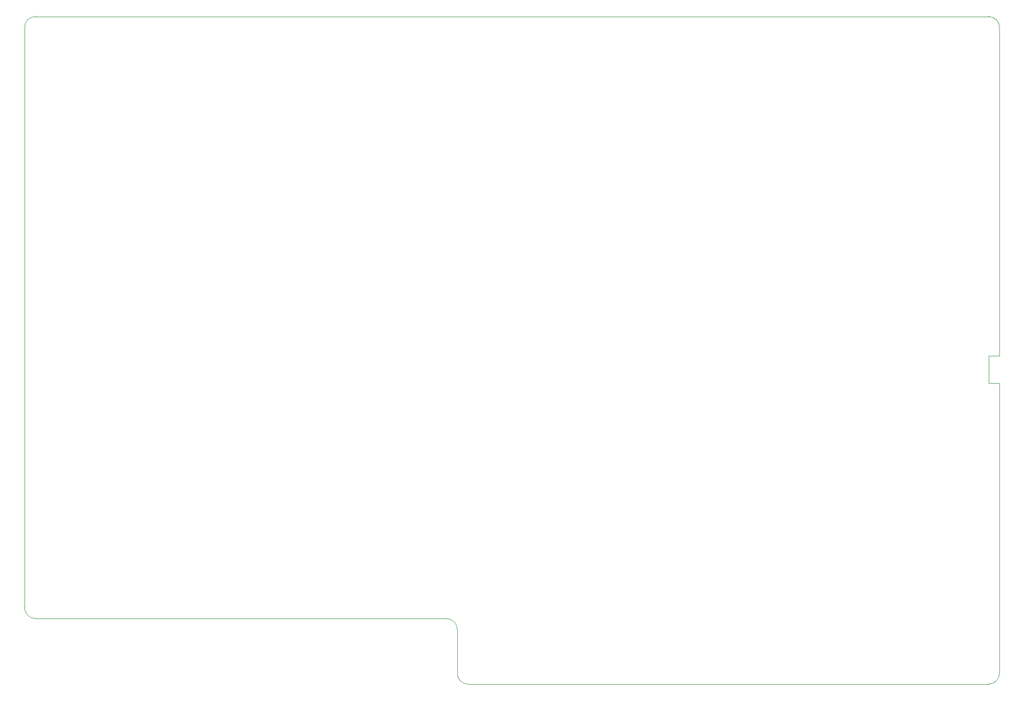
<source format=gm1>
G04 #@! TF.GenerationSoftware,KiCad,Pcbnew,8.0.2*
G04 #@! TF.CreationDate,2024-05-24T13:25:02+01:00*
G04 #@! TF.ProjectId,AudioYM2151V2,41756469-6f59-44d3-9231-353156322e6b,rev?*
G04 #@! TF.SameCoordinates,Original*
G04 #@! TF.FileFunction,Profile,NP*
%FSLAX46Y46*%
G04 Gerber Fmt 4.6, Leading zero omitted, Abs format (unit mm)*
G04 Created by KiCad (PCBNEW 8.0.2) date 2024-05-24 13:25:02*
%MOMM*%
%LPD*%
G01*
G04 APERTURE LIST*
G04 #@! TA.AperFunction,Profile*
%ADD10C,0.050000*%
G04 #@! TD*
G04 APERTURE END LIST*
D10*
X268000000Y-95000000D02*
X270000000Y-95000000D01*
X268000000Y-28000000D02*
X94000000Y-28000000D01*
X173000000Y-150000000D02*
G75*
G02*
X171000000Y-148000000I0J2000000D01*
G01*
X270000000Y-148000000D02*
G75*
G02*
X268000000Y-150000000I-2000000J0D01*
G01*
X268000000Y-28000000D02*
G75*
G02*
X270000000Y-30000000I0J-2000000D01*
G01*
X270000000Y-89990000D02*
X270000000Y-30000000D01*
X270000000Y-89990000D02*
X268000000Y-89990000D01*
X268000000Y-89990000D02*
X268000000Y-95000000D01*
X169000000Y-138000000D02*
G75*
G02*
X171000000Y-140000000I0J-2000000D01*
G01*
X268000000Y-150000000D02*
X173000000Y-150000000D01*
X169000000Y-138000000D02*
X100000000Y-138000000D01*
X270000000Y-95000000D02*
X270000000Y-148000000D01*
X92000000Y-30000000D02*
G75*
G02*
X94000000Y-28000000I2000000J0D01*
G01*
X94000000Y-138000000D02*
X100000000Y-138000000D01*
X92000000Y-30000000D02*
X92000000Y-136000000D01*
X171000000Y-148000000D02*
X171000000Y-140000000D01*
X94000000Y-138000000D02*
G75*
G02*
X92000000Y-136000000I0J2000000D01*
G01*
M02*

</source>
